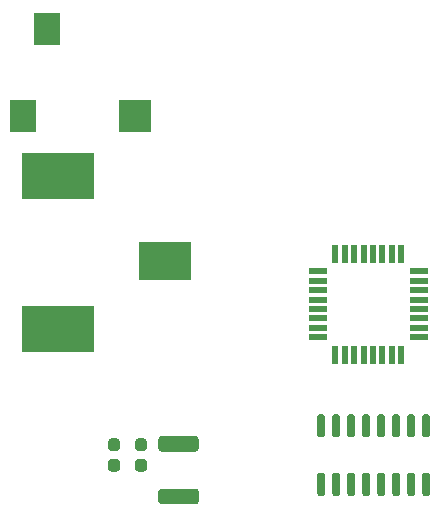
<source format=gbr>
G04 #@! TF.GenerationSoftware,KiCad,Pcbnew,5.1.5-52549c5~84~ubuntu18.04.1*
G04 #@! TF.CreationDate,2020-03-09T21:44:41-04:00*
G04 #@! TF.ProjectId,landfill_board_rev4,6c616e64-6669-46c6-9c5f-626f6172645f,rev?*
G04 #@! TF.SameCoordinates,Original*
G04 #@! TF.FileFunction,Paste,Top*
G04 #@! TF.FilePolarity,Positive*
%FSLAX46Y46*%
G04 Gerber Fmt 4.6, Leading zero omitted, Abs format (unit mm)*
G04 Created by KiCad (PCBNEW 5.1.5-52549c5~84~ubuntu18.04.1) date 2020-03-09 21:44:41*
%MOMM*%
%LPD*%
G04 APERTURE LIST*
%ADD10R,0.550000X1.600000*%
%ADD11R,1.600000X0.550000*%
%ADD12R,2.800000X2.800000*%
%ADD13R,2.200000X2.800000*%
%ADD14C,0.100000*%
%ADD15R,6.200000X3.900000*%
%ADD16R,4.400000X3.300000*%
G04 APERTURE END LIST*
D10*
X128205000Y-56640000D03*
X129005000Y-56640000D03*
X129805000Y-56640000D03*
X130605000Y-56640000D03*
X131405000Y-56640000D03*
X132205000Y-56640000D03*
X133005000Y-56640000D03*
X133805000Y-56640000D03*
D11*
X135255000Y-58090000D03*
X135255000Y-58890000D03*
X135255000Y-59690000D03*
X135255000Y-60490000D03*
X135255000Y-61290000D03*
X135255000Y-62090000D03*
X135255000Y-62890000D03*
X135255000Y-63690000D03*
D10*
X133805000Y-65140000D03*
X133005000Y-65140000D03*
X132205000Y-65140000D03*
X131405000Y-65140000D03*
X130605000Y-65140000D03*
X129805000Y-65140000D03*
X129005000Y-65140000D03*
X128205000Y-65140000D03*
D11*
X126755000Y-63690000D03*
X126755000Y-62890000D03*
X126755000Y-62090000D03*
X126755000Y-61290000D03*
X126755000Y-60490000D03*
X126755000Y-59690000D03*
X126755000Y-58890000D03*
X126755000Y-58090000D03*
D12*
X111210000Y-44975000D03*
D13*
X101810000Y-44975000D03*
X103810000Y-37575000D03*
D14*
G36*
X136054703Y-75160722D02*
G01*
X136069264Y-75162882D01*
X136083543Y-75166459D01*
X136097403Y-75171418D01*
X136110710Y-75177712D01*
X136123336Y-75185280D01*
X136135159Y-75194048D01*
X136146066Y-75203934D01*
X136155952Y-75214841D01*
X136164720Y-75226664D01*
X136172288Y-75239290D01*
X136178582Y-75252597D01*
X136183541Y-75266457D01*
X136187118Y-75280736D01*
X136189278Y-75295297D01*
X136190000Y-75310000D01*
X136190000Y-76960000D01*
X136189278Y-76974703D01*
X136187118Y-76989264D01*
X136183541Y-77003543D01*
X136178582Y-77017403D01*
X136172288Y-77030710D01*
X136164720Y-77043336D01*
X136155952Y-77055159D01*
X136146066Y-77066066D01*
X136135159Y-77075952D01*
X136123336Y-77084720D01*
X136110710Y-77092288D01*
X136097403Y-77098582D01*
X136083543Y-77103541D01*
X136069264Y-77107118D01*
X136054703Y-77109278D01*
X136040000Y-77110000D01*
X135740000Y-77110000D01*
X135725297Y-77109278D01*
X135710736Y-77107118D01*
X135696457Y-77103541D01*
X135682597Y-77098582D01*
X135669290Y-77092288D01*
X135656664Y-77084720D01*
X135644841Y-77075952D01*
X135633934Y-77066066D01*
X135624048Y-77055159D01*
X135615280Y-77043336D01*
X135607712Y-77030710D01*
X135601418Y-77017403D01*
X135596459Y-77003543D01*
X135592882Y-76989264D01*
X135590722Y-76974703D01*
X135590000Y-76960000D01*
X135590000Y-75310000D01*
X135590722Y-75295297D01*
X135592882Y-75280736D01*
X135596459Y-75266457D01*
X135601418Y-75252597D01*
X135607712Y-75239290D01*
X135615280Y-75226664D01*
X135624048Y-75214841D01*
X135633934Y-75203934D01*
X135644841Y-75194048D01*
X135656664Y-75185280D01*
X135669290Y-75177712D01*
X135682597Y-75171418D01*
X135696457Y-75166459D01*
X135710736Y-75162882D01*
X135725297Y-75160722D01*
X135740000Y-75160000D01*
X136040000Y-75160000D01*
X136054703Y-75160722D01*
G37*
G36*
X134784703Y-75160722D02*
G01*
X134799264Y-75162882D01*
X134813543Y-75166459D01*
X134827403Y-75171418D01*
X134840710Y-75177712D01*
X134853336Y-75185280D01*
X134865159Y-75194048D01*
X134876066Y-75203934D01*
X134885952Y-75214841D01*
X134894720Y-75226664D01*
X134902288Y-75239290D01*
X134908582Y-75252597D01*
X134913541Y-75266457D01*
X134917118Y-75280736D01*
X134919278Y-75295297D01*
X134920000Y-75310000D01*
X134920000Y-76960000D01*
X134919278Y-76974703D01*
X134917118Y-76989264D01*
X134913541Y-77003543D01*
X134908582Y-77017403D01*
X134902288Y-77030710D01*
X134894720Y-77043336D01*
X134885952Y-77055159D01*
X134876066Y-77066066D01*
X134865159Y-77075952D01*
X134853336Y-77084720D01*
X134840710Y-77092288D01*
X134827403Y-77098582D01*
X134813543Y-77103541D01*
X134799264Y-77107118D01*
X134784703Y-77109278D01*
X134770000Y-77110000D01*
X134470000Y-77110000D01*
X134455297Y-77109278D01*
X134440736Y-77107118D01*
X134426457Y-77103541D01*
X134412597Y-77098582D01*
X134399290Y-77092288D01*
X134386664Y-77084720D01*
X134374841Y-77075952D01*
X134363934Y-77066066D01*
X134354048Y-77055159D01*
X134345280Y-77043336D01*
X134337712Y-77030710D01*
X134331418Y-77017403D01*
X134326459Y-77003543D01*
X134322882Y-76989264D01*
X134320722Y-76974703D01*
X134320000Y-76960000D01*
X134320000Y-75310000D01*
X134320722Y-75295297D01*
X134322882Y-75280736D01*
X134326459Y-75266457D01*
X134331418Y-75252597D01*
X134337712Y-75239290D01*
X134345280Y-75226664D01*
X134354048Y-75214841D01*
X134363934Y-75203934D01*
X134374841Y-75194048D01*
X134386664Y-75185280D01*
X134399290Y-75177712D01*
X134412597Y-75171418D01*
X134426457Y-75166459D01*
X134440736Y-75162882D01*
X134455297Y-75160722D01*
X134470000Y-75160000D01*
X134770000Y-75160000D01*
X134784703Y-75160722D01*
G37*
G36*
X133514703Y-75160722D02*
G01*
X133529264Y-75162882D01*
X133543543Y-75166459D01*
X133557403Y-75171418D01*
X133570710Y-75177712D01*
X133583336Y-75185280D01*
X133595159Y-75194048D01*
X133606066Y-75203934D01*
X133615952Y-75214841D01*
X133624720Y-75226664D01*
X133632288Y-75239290D01*
X133638582Y-75252597D01*
X133643541Y-75266457D01*
X133647118Y-75280736D01*
X133649278Y-75295297D01*
X133650000Y-75310000D01*
X133650000Y-76960000D01*
X133649278Y-76974703D01*
X133647118Y-76989264D01*
X133643541Y-77003543D01*
X133638582Y-77017403D01*
X133632288Y-77030710D01*
X133624720Y-77043336D01*
X133615952Y-77055159D01*
X133606066Y-77066066D01*
X133595159Y-77075952D01*
X133583336Y-77084720D01*
X133570710Y-77092288D01*
X133557403Y-77098582D01*
X133543543Y-77103541D01*
X133529264Y-77107118D01*
X133514703Y-77109278D01*
X133500000Y-77110000D01*
X133200000Y-77110000D01*
X133185297Y-77109278D01*
X133170736Y-77107118D01*
X133156457Y-77103541D01*
X133142597Y-77098582D01*
X133129290Y-77092288D01*
X133116664Y-77084720D01*
X133104841Y-77075952D01*
X133093934Y-77066066D01*
X133084048Y-77055159D01*
X133075280Y-77043336D01*
X133067712Y-77030710D01*
X133061418Y-77017403D01*
X133056459Y-77003543D01*
X133052882Y-76989264D01*
X133050722Y-76974703D01*
X133050000Y-76960000D01*
X133050000Y-75310000D01*
X133050722Y-75295297D01*
X133052882Y-75280736D01*
X133056459Y-75266457D01*
X133061418Y-75252597D01*
X133067712Y-75239290D01*
X133075280Y-75226664D01*
X133084048Y-75214841D01*
X133093934Y-75203934D01*
X133104841Y-75194048D01*
X133116664Y-75185280D01*
X133129290Y-75177712D01*
X133142597Y-75171418D01*
X133156457Y-75166459D01*
X133170736Y-75162882D01*
X133185297Y-75160722D01*
X133200000Y-75160000D01*
X133500000Y-75160000D01*
X133514703Y-75160722D01*
G37*
G36*
X132244703Y-75160722D02*
G01*
X132259264Y-75162882D01*
X132273543Y-75166459D01*
X132287403Y-75171418D01*
X132300710Y-75177712D01*
X132313336Y-75185280D01*
X132325159Y-75194048D01*
X132336066Y-75203934D01*
X132345952Y-75214841D01*
X132354720Y-75226664D01*
X132362288Y-75239290D01*
X132368582Y-75252597D01*
X132373541Y-75266457D01*
X132377118Y-75280736D01*
X132379278Y-75295297D01*
X132380000Y-75310000D01*
X132380000Y-76960000D01*
X132379278Y-76974703D01*
X132377118Y-76989264D01*
X132373541Y-77003543D01*
X132368582Y-77017403D01*
X132362288Y-77030710D01*
X132354720Y-77043336D01*
X132345952Y-77055159D01*
X132336066Y-77066066D01*
X132325159Y-77075952D01*
X132313336Y-77084720D01*
X132300710Y-77092288D01*
X132287403Y-77098582D01*
X132273543Y-77103541D01*
X132259264Y-77107118D01*
X132244703Y-77109278D01*
X132230000Y-77110000D01*
X131930000Y-77110000D01*
X131915297Y-77109278D01*
X131900736Y-77107118D01*
X131886457Y-77103541D01*
X131872597Y-77098582D01*
X131859290Y-77092288D01*
X131846664Y-77084720D01*
X131834841Y-77075952D01*
X131823934Y-77066066D01*
X131814048Y-77055159D01*
X131805280Y-77043336D01*
X131797712Y-77030710D01*
X131791418Y-77017403D01*
X131786459Y-77003543D01*
X131782882Y-76989264D01*
X131780722Y-76974703D01*
X131780000Y-76960000D01*
X131780000Y-75310000D01*
X131780722Y-75295297D01*
X131782882Y-75280736D01*
X131786459Y-75266457D01*
X131791418Y-75252597D01*
X131797712Y-75239290D01*
X131805280Y-75226664D01*
X131814048Y-75214841D01*
X131823934Y-75203934D01*
X131834841Y-75194048D01*
X131846664Y-75185280D01*
X131859290Y-75177712D01*
X131872597Y-75171418D01*
X131886457Y-75166459D01*
X131900736Y-75162882D01*
X131915297Y-75160722D01*
X131930000Y-75160000D01*
X132230000Y-75160000D01*
X132244703Y-75160722D01*
G37*
G36*
X130974703Y-75160722D02*
G01*
X130989264Y-75162882D01*
X131003543Y-75166459D01*
X131017403Y-75171418D01*
X131030710Y-75177712D01*
X131043336Y-75185280D01*
X131055159Y-75194048D01*
X131066066Y-75203934D01*
X131075952Y-75214841D01*
X131084720Y-75226664D01*
X131092288Y-75239290D01*
X131098582Y-75252597D01*
X131103541Y-75266457D01*
X131107118Y-75280736D01*
X131109278Y-75295297D01*
X131110000Y-75310000D01*
X131110000Y-76960000D01*
X131109278Y-76974703D01*
X131107118Y-76989264D01*
X131103541Y-77003543D01*
X131098582Y-77017403D01*
X131092288Y-77030710D01*
X131084720Y-77043336D01*
X131075952Y-77055159D01*
X131066066Y-77066066D01*
X131055159Y-77075952D01*
X131043336Y-77084720D01*
X131030710Y-77092288D01*
X131017403Y-77098582D01*
X131003543Y-77103541D01*
X130989264Y-77107118D01*
X130974703Y-77109278D01*
X130960000Y-77110000D01*
X130660000Y-77110000D01*
X130645297Y-77109278D01*
X130630736Y-77107118D01*
X130616457Y-77103541D01*
X130602597Y-77098582D01*
X130589290Y-77092288D01*
X130576664Y-77084720D01*
X130564841Y-77075952D01*
X130553934Y-77066066D01*
X130544048Y-77055159D01*
X130535280Y-77043336D01*
X130527712Y-77030710D01*
X130521418Y-77017403D01*
X130516459Y-77003543D01*
X130512882Y-76989264D01*
X130510722Y-76974703D01*
X130510000Y-76960000D01*
X130510000Y-75310000D01*
X130510722Y-75295297D01*
X130512882Y-75280736D01*
X130516459Y-75266457D01*
X130521418Y-75252597D01*
X130527712Y-75239290D01*
X130535280Y-75226664D01*
X130544048Y-75214841D01*
X130553934Y-75203934D01*
X130564841Y-75194048D01*
X130576664Y-75185280D01*
X130589290Y-75177712D01*
X130602597Y-75171418D01*
X130616457Y-75166459D01*
X130630736Y-75162882D01*
X130645297Y-75160722D01*
X130660000Y-75160000D01*
X130960000Y-75160000D01*
X130974703Y-75160722D01*
G37*
G36*
X129704703Y-75160722D02*
G01*
X129719264Y-75162882D01*
X129733543Y-75166459D01*
X129747403Y-75171418D01*
X129760710Y-75177712D01*
X129773336Y-75185280D01*
X129785159Y-75194048D01*
X129796066Y-75203934D01*
X129805952Y-75214841D01*
X129814720Y-75226664D01*
X129822288Y-75239290D01*
X129828582Y-75252597D01*
X129833541Y-75266457D01*
X129837118Y-75280736D01*
X129839278Y-75295297D01*
X129840000Y-75310000D01*
X129840000Y-76960000D01*
X129839278Y-76974703D01*
X129837118Y-76989264D01*
X129833541Y-77003543D01*
X129828582Y-77017403D01*
X129822288Y-77030710D01*
X129814720Y-77043336D01*
X129805952Y-77055159D01*
X129796066Y-77066066D01*
X129785159Y-77075952D01*
X129773336Y-77084720D01*
X129760710Y-77092288D01*
X129747403Y-77098582D01*
X129733543Y-77103541D01*
X129719264Y-77107118D01*
X129704703Y-77109278D01*
X129690000Y-77110000D01*
X129390000Y-77110000D01*
X129375297Y-77109278D01*
X129360736Y-77107118D01*
X129346457Y-77103541D01*
X129332597Y-77098582D01*
X129319290Y-77092288D01*
X129306664Y-77084720D01*
X129294841Y-77075952D01*
X129283934Y-77066066D01*
X129274048Y-77055159D01*
X129265280Y-77043336D01*
X129257712Y-77030710D01*
X129251418Y-77017403D01*
X129246459Y-77003543D01*
X129242882Y-76989264D01*
X129240722Y-76974703D01*
X129240000Y-76960000D01*
X129240000Y-75310000D01*
X129240722Y-75295297D01*
X129242882Y-75280736D01*
X129246459Y-75266457D01*
X129251418Y-75252597D01*
X129257712Y-75239290D01*
X129265280Y-75226664D01*
X129274048Y-75214841D01*
X129283934Y-75203934D01*
X129294841Y-75194048D01*
X129306664Y-75185280D01*
X129319290Y-75177712D01*
X129332597Y-75171418D01*
X129346457Y-75166459D01*
X129360736Y-75162882D01*
X129375297Y-75160722D01*
X129390000Y-75160000D01*
X129690000Y-75160000D01*
X129704703Y-75160722D01*
G37*
G36*
X128434703Y-75160722D02*
G01*
X128449264Y-75162882D01*
X128463543Y-75166459D01*
X128477403Y-75171418D01*
X128490710Y-75177712D01*
X128503336Y-75185280D01*
X128515159Y-75194048D01*
X128526066Y-75203934D01*
X128535952Y-75214841D01*
X128544720Y-75226664D01*
X128552288Y-75239290D01*
X128558582Y-75252597D01*
X128563541Y-75266457D01*
X128567118Y-75280736D01*
X128569278Y-75295297D01*
X128570000Y-75310000D01*
X128570000Y-76960000D01*
X128569278Y-76974703D01*
X128567118Y-76989264D01*
X128563541Y-77003543D01*
X128558582Y-77017403D01*
X128552288Y-77030710D01*
X128544720Y-77043336D01*
X128535952Y-77055159D01*
X128526066Y-77066066D01*
X128515159Y-77075952D01*
X128503336Y-77084720D01*
X128490710Y-77092288D01*
X128477403Y-77098582D01*
X128463543Y-77103541D01*
X128449264Y-77107118D01*
X128434703Y-77109278D01*
X128420000Y-77110000D01*
X128120000Y-77110000D01*
X128105297Y-77109278D01*
X128090736Y-77107118D01*
X128076457Y-77103541D01*
X128062597Y-77098582D01*
X128049290Y-77092288D01*
X128036664Y-77084720D01*
X128024841Y-77075952D01*
X128013934Y-77066066D01*
X128004048Y-77055159D01*
X127995280Y-77043336D01*
X127987712Y-77030710D01*
X127981418Y-77017403D01*
X127976459Y-77003543D01*
X127972882Y-76989264D01*
X127970722Y-76974703D01*
X127970000Y-76960000D01*
X127970000Y-75310000D01*
X127970722Y-75295297D01*
X127972882Y-75280736D01*
X127976459Y-75266457D01*
X127981418Y-75252597D01*
X127987712Y-75239290D01*
X127995280Y-75226664D01*
X128004048Y-75214841D01*
X128013934Y-75203934D01*
X128024841Y-75194048D01*
X128036664Y-75185280D01*
X128049290Y-75177712D01*
X128062597Y-75171418D01*
X128076457Y-75166459D01*
X128090736Y-75162882D01*
X128105297Y-75160722D01*
X128120000Y-75160000D01*
X128420000Y-75160000D01*
X128434703Y-75160722D01*
G37*
G36*
X127164703Y-75160722D02*
G01*
X127179264Y-75162882D01*
X127193543Y-75166459D01*
X127207403Y-75171418D01*
X127220710Y-75177712D01*
X127233336Y-75185280D01*
X127245159Y-75194048D01*
X127256066Y-75203934D01*
X127265952Y-75214841D01*
X127274720Y-75226664D01*
X127282288Y-75239290D01*
X127288582Y-75252597D01*
X127293541Y-75266457D01*
X127297118Y-75280736D01*
X127299278Y-75295297D01*
X127300000Y-75310000D01*
X127300000Y-76960000D01*
X127299278Y-76974703D01*
X127297118Y-76989264D01*
X127293541Y-77003543D01*
X127288582Y-77017403D01*
X127282288Y-77030710D01*
X127274720Y-77043336D01*
X127265952Y-77055159D01*
X127256066Y-77066066D01*
X127245159Y-77075952D01*
X127233336Y-77084720D01*
X127220710Y-77092288D01*
X127207403Y-77098582D01*
X127193543Y-77103541D01*
X127179264Y-77107118D01*
X127164703Y-77109278D01*
X127150000Y-77110000D01*
X126850000Y-77110000D01*
X126835297Y-77109278D01*
X126820736Y-77107118D01*
X126806457Y-77103541D01*
X126792597Y-77098582D01*
X126779290Y-77092288D01*
X126766664Y-77084720D01*
X126754841Y-77075952D01*
X126743934Y-77066066D01*
X126734048Y-77055159D01*
X126725280Y-77043336D01*
X126717712Y-77030710D01*
X126711418Y-77017403D01*
X126706459Y-77003543D01*
X126702882Y-76989264D01*
X126700722Y-76974703D01*
X126700000Y-76960000D01*
X126700000Y-75310000D01*
X126700722Y-75295297D01*
X126702882Y-75280736D01*
X126706459Y-75266457D01*
X126711418Y-75252597D01*
X126717712Y-75239290D01*
X126725280Y-75226664D01*
X126734048Y-75214841D01*
X126743934Y-75203934D01*
X126754841Y-75194048D01*
X126766664Y-75185280D01*
X126779290Y-75177712D01*
X126792597Y-75171418D01*
X126806457Y-75166459D01*
X126820736Y-75162882D01*
X126835297Y-75160722D01*
X126850000Y-75160000D01*
X127150000Y-75160000D01*
X127164703Y-75160722D01*
G37*
G36*
X127164703Y-70210722D02*
G01*
X127179264Y-70212882D01*
X127193543Y-70216459D01*
X127207403Y-70221418D01*
X127220710Y-70227712D01*
X127233336Y-70235280D01*
X127245159Y-70244048D01*
X127256066Y-70253934D01*
X127265952Y-70264841D01*
X127274720Y-70276664D01*
X127282288Y-70289290D01*
X127288582Y-70302597D01*
X127293541Y-70316457D01*
X127297118Y-70330736D01*
X127299278Y-70345297D01*
X127300000Y-70360000D01*
X127300000Y-72010000D01*
X127299278Y-72024703D01*
X127297118Y-72039264D01*
X127293541Y-72053543D01*
X127288582Y-72067403D01*
X127282288Y-72080710D01*
X127274720Y-72093336D01*
X127265952Y-72105159D01*
X127256066Y-72116066D01*
X127245159Y-72125952D01*
X127233336Y-72134720D01*
X127220710Y-72142288D01*
X127207403Y-72148582D01*
X127193543Y-72153541D01*
X127179264Y-72157118D01*
X127164703Y-72159278D01*
X127150000Y-72160000D01*
X126850000Y-72160000D01*
X126835297Y-72159278D01*
X126820736Y-72157118D01*
X126806457Y-72153541D01*
X126792597Y-72148582D01*
X126779290Y-72142288D01*
X126766664Y-72134720D01*
X126754841Y-72125952D01*
X126743934Y-72116066D01*
X126734048Y-72105159D01*
X126725280Y-72093336D01*
X126717712Y-72080710D01*
X126711418Y-72067403D01*
X126706459Y-72053543D01*
X126702882Y-72039264D01*
X126700722Y-72024703D01*
X126700000Y-72010000D01*
X126700000Y-70360000D01*
X126700722Y-70345297D01*
X126702882Y-70330736D01*
X126706459Y-70316457D01*
X126711418Y-70302597D01*
X126717712Y-70289290D01*
X126725280Y-70276664D01*
X126734048Y-70264841D01*
X126743934Y-70253934D01*
X126754841Y-70244048D01*
X126766664Y-70235280D01*
X126779290Y-70227712D01*
X126792597Y-70221418D01*
X126806457Y-70216459D01*
X126820736Y-70212882D01*
X126835297Y-70210722D01*
X126850000Y-70210000D01*
X127150000Y-70210000D01*
X127164703Y-70210722D01*
G37*
G36*
X128434703Y-70210722D02*
G01*
X128449264Y-70212882D01*
X128463543Y-70216459D01*
X128477403Y-70221418D01*
X128490710Y-70227712D01*
X128503336Y-70235280D01*
X128515159Y-70244048D01*
X128526066Y-70253934D01*
X128535952Y-70264841D01*
X128544720Y-70276664D01*
X128552288Y-70289290D01*
X128558582Y-70302597D01*
X128563541Y-70316457D01*
X128567118Y-70330736D01*
X128569278Y-70345297D01*
X128570000Y-70360000D01*
X128570000Y-72010000D01*
X128569278Y-72024703D01*
X128567118Y-72039264D01*
X128563541Y-72053543D01*
X128558582Y-72067403D01*
X128552288Y-72080710D01*
X128544720Y-72093336D01*
X128535952Y-72105159D01*
X128526066Y-72116066D01*
X128515159Y-72125952D01*
X128503336Y-72134720D01*
X128490710Y-72142288D01*
X128477403Y-72148582D01*
X128463543Y-72153541D01*
X128449264Y-72157118D01*
X128434703Y-72159278D01*
X128420000Y-72160000D01*
X128120000Y-72160000D01*
X128105297Y-72159278D01*
X128090736Y-72157118D01*
X128076457Y-72153541D01*
X128062597Y-72148582D01*
X128049290Y-72142288D01*
X128036664Y-72134720D01*
X128024841Y-72125952D01*
X128013934Y-72116066D01*
X128004048Y-72105159D01*
X127995280Y-72093336D01*
X127987712Y-72080710D01*
X127981418Y-72067403D01*
X127976459Y-72053543D01*
X127972882Y-72039264D01*
X127970722Y-72024703D01*
X127970000Y-72010000D01*
X127970000Y-70360000D01*
X127970722Y-70345297D01*
X127972882Y-70330736D01*
X127976459Y-70316457D01*
X127981418Y-70302597D01*
X127987712Y-70289290D01*
X127995280Y-70276664D01*
X128004048Y-70264841D01*
X128013934Y-70253934D01*
X128024841Y-70244048D01*
X128036664Y-70235280D01*
X128049290Y-70227712D01*
X128062597Y-70221418D01*
X128076457Y-70216459D01*
X128090736Y-70212882D01*
X128105297Y-70210722D01*
X128120000Y-70210000D01*
X128420000Y-70210000D01*
X128434703Y-70210722D01*
G37*
G36*
X129704703Y-70210722D02*
G01*
X129719264Y-70212882D01*
X129733543Y-70216459D01*
X129747403Y-70221418D01*
X129760710Y-70227712D01*
X129773336Y-70235280D01*
X129785159Y-70244048D01*
X129796066Y-70253934D01*
X129805952Y-70264841D01*
X129814720Y-70276664D01*
X129822288Y-70289290D01*
X129828582Y-70302597D01*
X129833541Y-70316457D01*
X129837118Y-70330736D01*
X129839278Y-70345297D01*
X129840000Y-70360000D01*
X129840000Y-72010000D01*
X129839278Y-72024703D01*
X129837118Y-72039264D01*
X129833541Y-72053543D01*
X129828582Y-72067403D01*
X129822288Y-72080710D01*
X129814720Y-72093336D01*
X129805952Y-72105159D01*
X129796066Y-72116066D01*
X129785159Y-72125952D01*
X129773336Y-72134720D01*
X129760710Y-72142288D01*
X129747403Y-72148582D01*
X129733543Y-72153541D01*
X129719264Y-72157118D01*
X129704703Y-72159278D01*
X129690000Y-72160000D01*
X129390000Y-72160000D01*
X129375297Y-72159278D01*
X129360736Y-72157118D01*
X129346457Y-72153541D01*
X129332597Y-72148582D01*
X129319290Y-72142288D01*
X129306664Y-72134720D01*
X129294841Y-72125952D01*
X129283934Y-72116066D01*
X129274048Y-72105159D01*
X129265280Y-72093336D01*
X129257712Y-72080710D01*
X129251418Y-72067403D01*
X129246459Y-72053543D01*
X129242882Y-72039264D01*
X129240722Y-72024703D01*
X129240000Y-72010000D01*
X129240000Y-70360000D01*
X129240722Y-70345297D01*
X129242882Y-70330736D01*
X129246459Y-70316457D01*
X129251418Y-70302597D01*
X129257712Y-70289290D01*
X129265280Y-70276664D01*
X129274048Y-70264841D01*
X129283934Y-70253934D01*
X129294841Y-70244048D01*
X129306664Y-70235280D01*
X129319290Y-70227712D01*
X129332597Y-70221418D01*
X129346457Y-70216459D01*
X129360736Y-70212882D01*
X129375297Y-70210722D01*
X129390000Y-70210000D01*
X129690000Y-70210000D01*
X129704703Y-70210722D01*
G37*
G36*
X130974703Y-70210722D02*
G01*
X130989264Y-70212882D01*
X131003543Y-70216459D01*
X131017403Y-70221418D01*
X131030710Y-70227712D01*
X131043336Y-70235280D01*
X131055159Y-70244048D01*
X131066066Y-70253934D01*
X131075952Y-70264841D01*
X131084720Y-70276664D01*
X131092288Y-70289290D01*
X131098582Y-70302597D01*
X131103541Y-70316457D01*
X131107118Y-70330736D01*
X131109278Y-70345297D01*
X131110000Y-70360000D01*
X131110000Y-72010000D01*
X131109278Y-72024703D01*
X131107118Y-72039264D01*
X131103541Y-72053543D01*
X131098582Y-72067403D01*
X131092288Y-72080710D01*
X131084720Y-72093336D01*
X131075952Y-72105159D01*
X131066066Y-72116066D01*
X131055159Y-72125952D01*
X131043336Y-72134720D01*
X131030710Y-72142288D01*
X131017403Y-72148582D01*
X131003543Y-72153541D01*
X130989264Y-72157118D01*
X130974703Y-72159278D01*
X130960000Y-72160000D01*
X130660000Y-72160000D01*
X130645297Y-72159278D01*
X130630736Y-72157118D01*
X130616457Y-72153541D01*
X130602597Y-72148582D01*
X130589290Y-72142288D01*
X130576664Y-72134720D01*
X130564841Y-72125952D01*
X130553934Y-72116066D01*
X130544048Y-72105159D01*
X130535280Y-72093336D01*
X130527712Y-72080710D01*
X130521418Y-72067403D01*
X130516459Y-72053543D01*
X130512882Y-72039264D01*
X130510722Y-72024703D01*
X130510000Y-72010000D01*
X130510000Y-70360000D01*
X130510722Y-70345297D01*
X130512882Y-70330736D01*
X130516459Y-70316457D01*
X130521418Y-70302597D01*
X130527712Y-70289290D01*
X130535280Y-70276664D01*
X130544048Y-70264841D01*
X130553934Y-70253934D01*
X130564841Y-70244048D01*
X130576664Y-70235280D01*
X130589290Y-70227712D01*
X130602597Y-70221418D01*
X130616457Y-70216459D01*
X130630736Y-70212882D01*
X130645297Y-70210722D01*
X130660000Y-70210000D01*
X130960000Y-70210000D01*
X130974703Y-70210722D01*
G37*
G36*
X132244703Y-70210722D02*
G01*
X132259264Y-70212882D01*
X132273543Y-70216459D01*
X132287403Y-70221418D01*
X132300710Y-70227712D01*
X132313336Y-70235280D01*
X132325159Y-70244048D01*
X132336066Y-70253934D01*
X132345952Y-70264841D01*
X132354720Y-70276664D01*
X132362288Y-70289290D01*
X132368582Y-70302597D01*
X132373541Y-70316457D01*
X132377118Y-70330736D01*
X132379278Y-70345297D01*
X132380000Y-70360000D01*
X132380000Y-72010000D01*
X132379278Y-72024703D01*
X132377118Y-72039264D01*
X132373541Y-72053543D01*
X132368582Y-72067403D01*
X132362288Y-72080710D01*
X132354720Y-72093336D01*
X132345952Y-72105159D01*
X132336066Y-72116066D01*
X132325159Y-72125952D01*
X132313336Y-72134720D01*
X132300710Y-72142288D01*
X132287403Y-72148582D01*
X132273543Y-72153541D01*
X132259264Y-72157118D01*
X132244703Y-72159278D01*
X132230000Y-72160000D01*
X131930000Y-72160000D01*
X131915297Y-72159278D01*
X131900736Y-72157118D01*
X131886457Y-72153541D01*
X131872597Y-72148582D01*
X131859290Y-72142288D01*
X131846664Y-72134720D01*
X131834841Y-72125952D01*
X131823934Y-72116066D01*
X131814048Y-72105159D01*
X131805280Y-72093336D01*
X131797712Y-72080710D01*
X131791418Y-72067403D01*
X131786459Y-72053543D01*
X131782882Y-72039264D01*
X131780722Y-72024703D01*
X131780000Y-72010000D01*
X131780000Y-70360000D01*
X131780722Y-70345297D01*
X131782882Y-70330736D01*
X131786459Y-70316457D01*
X131791418Y-70302597D01*
X131797712Y-70289290D01*
X131805280Y-70276664D01*
X131814048Y-70264841D01*
X131823934Y-70253934D01*
X131834841Y-70244048D01*
X131846664Y-70235280D01*
X131859290Y-70227712D01*
X131872597Y-70221418D01*
X131886457Y-70216459D01*
X131900736Y-70212882D01*
X131915297Y-70210722D01*
X131930000Y-70210000D01*
X132230000Y-70210000D01*
X132244703Y-70210722D01*
G37*
G36*
X133514703Y-70210722D02*
G01*
X133529264Y-70212882D01*
X133543543Y-70216459D01*
X133557403Y-70221418D01*
X133570710Y-70227712D01*
X133583336Y-70235280D01*
X133595159Y-70244048D01*
X133606066Y-70253934D01*
X133615952Y-70264841D01*
X133624720Y-70276664D01*
X133632288Y-70289290D01*
X133638582Y-70302597D01*
X133643541Y-70316457D01*
X133647118Y-70330736D01*
X133649278Y-70345297D01*
X133650000Y-70360000D01*
X133650000Y-72010000D01*
X133649278Y-72024703D01*
X133647118Y-72039264D01*
X133643541Y-72053543D01*
X133638582Y-72067403D01*
X133632288Y-72080710D01*
X133624720Y-72093336D01*
X133615952Y-72105159D01*
X133606066Y-72116066D01*
X133595159Y-72125952D01*
X133583336Y-72134720D01*
X133570710Y-72142288D01*
X133557403Y-72148582D01*
X133543543Y-72153541D01*
X133529264Y-72157118D01*
X133514703Y-72159278D01*
X133500000Y-72160000D01*
X133200000Y-72160000D01*
X133185297Y-72159278D01*
X133170736Y-72157118D01*
X133156457Y-72153541D01*
X133142597Y-72148582D01*
X133129290Y-72142288D01*
X133116664Y-72134720D01*
X133104841Y-72125952D01*
X133093934Y-72116066D01*
X133084048Y-72105159D01*
X133075280Y-72093336D01*
X133067712Y-72080710D01*
X133061418Y-72067403D01*
X133056459Y-72053543D01*
X133052882Y-72039264D01*
X133050722Y-72024703D01*
X133050000Y-72010000D01*
X133050000Y-70360000D01*
X133050722Y-70345297D01*
X133052882Y-70330736D01*
X133056459Y-70316457D01*
X133061418Y-70302597D01*
X133067712Y-70289290D01*
X133075280Y-70276664D01*
X133084048Y-70264841D01*
X133093934Y-70253934D01*
X133104841Y-70244048D01*
X133116664Y-70235280D01*
X133129290Y-70227712D01*
X133142597Y-70221418D01*
X133156457Y-70216459D01*
X133170736Y-70212882D01*
X133185297Y-70210722D01*
X133200000Y-70210000D01*
X133500000Y-70210000D01*
X133514703Y-70210722D01*
G37*
G36*
X134784703Y-70210722D02*
G01*
X134799264Y-70212882D01*
X134813543Y-70216459D01*
X134827403Y-70221418D01*
X134840710Y-70227712D01*
X134853336Y-70235280D01*
X134865159Y-70244048D01*
X134876066Y-70253934D01*
X134885952Y-70264841D01*
X134894720Y-70276664D01*
X134902288Y-70289290D01*
X134908582Y-70302597D01*
X134913541Y-70316457D01*
X134917118Y-70330736D01*
X134919278Y-70345297D01*
X134920000Y-70360000D01*
X134920000Y-72010000D01*
X134919278Y-72024703D01*
X134917118Y-72039264D01*
X134913541Y-72053543D01*
X134908582Y-72067403D01*
X134902288Y-72080710D01*
X134894720Y-72093336D01*
X134885952Y-72105159D01*
X134876066Y-72116066D01*
X134865159Y-72125952D01*
X134853336Y-72134720D01*
X134840710Y-72142288D01*
X134827403Y-72148582D01*
X134813543Y-72153541D01*
X134799264Y-72157118D01*
X134784703Y-72159278D01*
X134770000Y-72160000D01*
X134470000Y-72160000D01*
X134455297Y-72159278D01*
X134440736Y-72157118D01*
X134426457Y-72153541D01*
X134412597Y-72148582D01*
X134399290Y-72142288D01*
X134386664Y-72134720D01*
X134374841Y-72125952D01*
X134363934Y-72116066D01*
X134354048Y-72105159D01*
X134345280Y-72093336D01*
X134337712Y-72080710D01*
X134331418Y-72067403D01*
X134326459Y-72053543D01*
X134322882Y-72039264D01*
X134320722Y-72024703D01*
X134320000Y-72010000D01*
X134320000Y-70360000D01*
X134320722Y-70345297D01*
X134322882Y-70330736D01*
X134326459Y-70316457D01*
X134331418Y-70302597D01*
X134337712Y-70289290D01*
X134345280Y-70276664D01*
X134354048Y-70264841D01*
X134363934Y-70253934D01*
X134374841Y-70244048D01*
X134386664Y-70235280D01*
X134399290Y-70227712D01*
X134412597Y-70221418D01*
X134426457Y-70216459D01*
X134440736Y-70212882D01*
X134455297Y-70210722D01*
X134470000Y-70210000D01*
X134770000Y-70210000D01*
X134784703Y-70210722D01*
G37*
G36*
X136054703Y-70210722D02*
G01*
X136069264Y-70212882D01*
X136083543Y-70216459D01*
X136097403Y-70221418D01*
X136110710Y-70227712D01*
X136123336Y-70235280D01*
X136135159Y-70244048D01*
X136146066Y-70253934D01*
X136155952Y-70264841D01*
X136164720Y-70276664D01*
X136172288Y-70289290D01*
X136178582Y-70302597D01*
X136183541Y-70316457D01*
X136187118Y-70330736D01*
X136189278Y-70345297D01*
X136190000Y-70360000D01*
X136190000Y-72010000D01*
X136189278Y-72024703D01*
X136187118Y-72039264D01*
X136183541Y-72053543D01*
X136178582Y-72067403D01*
X136172288Y-72080710D01*
X136164720Y-72093336D01*
X136155952Y-72105159D01*
X136146066Y-72116066D01*
X136135159Y-72125952D01*
X136123336Y-72134720D01*
X136110710Y-72142288D01*
X136097403Y-72148582D01*
X136083543Y-72153541D01*
X136069264Y-72157118D01*
X136054703Y-72159278D01*
X136040000Y-72160000D01*
X135740000Y-72160000D01*
X135725297Y-72159278D01*
X135710736Y-72157118D01*
X135696457Y-72153541D01*
X135682597Y-72148582D01*
X135669290Y-72142288D01*
X135656664Y-72134720D01*
X135644841Y-72125952D01*
X135633934Y-72116066D01*
X135624048Y-72105159D01*
X135615280Y-72093336D01*
X135607712Y-72080710D01*
X135601418Y-72067403D01*
X135596459Y-72053543D01*
X135592882Y-72039264D01*
X135590722Y-72024703D01*
X135590000Y-72010000D01*
X135590000Y-70360000D01*
X135590722Y-70345297D01*
X135592882Y-70330736D01*
X135596459Y-70316457D01*
X135601418Y-70302597D01*
X135607712Y-70289290D01*
X135615280Y-70276664D01*
X135624048Y-70264841D01*
X135633934Y-70253934D01*
X135644841Y-70244048D01*
X135656664Y-70235280D01*
X135669290Y-70227712D01*
X135682597Y-70221418D01*
X135696457Y-70216459D01*
X135710736Y-70212882D01*
X135725297Y-70210722D01*
X135740000Y-70210000D01*
X136040000Y-70210000D01*
X136054703Y-70210722D01*
G37*
G36*
X112020779Y-72247144D02*
G01*
X112043834Y-72250563D01*
X112066443Y-72256227D01*
X112088387Y-72264079D01*
X112109457Y-72274044D01*
X112129448Y-72286026D01*
X112148168Y-72299910D01*
X112165438Y-72315562D01*
X112181090Y-72332832D01*
X112194974Y-72351552D01*
X112206956Y-72371543D01*
X112216921Y-72392613D01*
X112224773Y-72414557D01*
X112230437Y-72437166D01*
X112233856Y-72460221D01*
X112235000Y-72483500D01*
X112235000Y-73058500D01*
X112233856Y-73081779D01*
X112230437Y-73104834D01*
X112224773Y-73127443D01*
X112216921Y-73149387D01*
X112206956Y-73170457D01*
X112194974Y-73190448D01*
X112181090Y-73209168D01*
X112165438Y-73226438D01*
X112148168Y-73242090D01*
X112129448Y-73255974D01*
X112109457Y-73267956D01*
X112088387Y-73277921D01*
X112066443Y-73285773D01*
X112043834Y-73291437D01*
X112020779Y-73294856D01*
X111997500Y-73296000D01*
X111522500Y-73296000D01*
X111499221Y-73294856D01*
X111476166Y-73291437D01*
X111453557Y-73285773D01*
X111431613Y-73277921D01*
X111410543Y-73267956D01*
X111390552Y-73255974D01*
X111371832Y-73242090D01*
X111354562Y-73226438D01*
X111338910Y-73209168D01*
X111325026Y-73190448D01*
X111313044Y-73170457D01*
X111303079Y-73149387D01*
X111295227Y-73127443D01*
X111289563Y-73104834D01*
X111286144Y-73081779D01*
X111285000Y-73058500D01*
X111285000Y-72483500D01*
X111286144Y-72460221D01*
X111289563Y-72437166D01*
X111295227Y-72414557D01*
X111303079Y-72392613D01*
X111313044Y-72371543D01*
X111325026Y-72351552D01*
X111338910Y-72332832D01*
X111354562Y-72315562D01*
X111371832Y-72299910D01*
X111390552Y-72286026D01*
X111410543Y-72274044D01*
X111431613Y-72264079D01*
X111453557Y-72256227D01*
X111476166Y-72250563D01*
X111499221Y-72247144D01*
X111522500Y-72246000D01*
X111997500Y-72246000D01*
X112020779Y-72247144D01*
G37*
G36*
X112020779Y-73997144D02*
G01*
X112043834Y-74000563D01*
X112066443Y-74006227D01*
X112088387Y-74014079D01*
X112109457Y-74024044D01*
X112129448Y-74036026D01*
X112148168Y-74049910D01*
X112165438Y-74065562D01*
X112181090Y-74082832D01*
X112194974Y-74101552D01*
X112206956Y-74121543D01*
X112216921Y-74142613D01*
X112224773Y-74164557D01*
X112230437Y-74187166D01*
X112233856Y-74210221D01*
X112235000Y-74233500D01*
X112235000Y-74808500D01*
X112233856Y-74831779D01*
X112230437Y-74854834D01*
X112224773Y-74877443D01*
X112216921Y-74899387D01*
X112206956Y-74920457D01*
X112194974Y-74940448D01*
X112181090Y-74959168D01*
X112165438Y-74976438D01*
X112148168Y-74992090D01*
X112129448Y-75005974D01*
X112109457Y-75017956D01*
X112088387Y-75027921D01*
X112066443Y-75035773D01*
X112043834Y-75041437D01*
X112020779Y-75044856D01*
X111997500Y-75046000D01*
X111522500Y-75046000D01*
X111499221Y-75044856D01*
X111476166Y-75041437D01*
X111453557Y-75035773D01*
X111431613Y-75027921D01*
X111410543Y-75017956D01*
X111390552Y-75005974D01*
X111371832Y-74992090D01*
X111354562Y-74976438D01*
X111338910Y-74959168D01*
X111325026Y-74940448D01*
X111313044Y-74920457D01*
X111303079Y-74899387D01*
X111295227Y-74877443D01*
X111289563Y-74854834D01*
X111286144Y-74831779D01*
X111285000Y-74808500D01*
X111285000Y-74233500D01*
X111286144Y-74210221D01*
X111289563Y-74187166D01*
X111295227Y-74164557D01*
X111303079Y-74142613D01*
X111313044Y-74121543D01*
X111325026Y-74101552D01*
X111338910Y-74082832D01*
X111354562Y-74065562D01*
X111371832Y-74049910D01*
X111390552Y-74036026D01*
X111410543Y-74024044D01*
X111431613Y-74014079D01*
X111453557Y-74006227D01*
X111476166Y-74000563D01*
X111499221Y-73997144D01*
X111522500Y-73996000D01*
X111997500Y-73996000D01*
X112020779Y-73997144D01*
G37*
D15*
X104750000Y-62965000D03*
X104750000Y-50065000D03*
D16*
X113750000Y-57215000D03*
D14*
G36*
X116409504Y-76506204D02*
G01*
X116433773Y-76509804D01*
X116457571Y-76515765D01*
X116480671Y-76524030D01*
X116502849Y-76534520D01*
X116523893Y-76547133D01*
X116543598Y-76561747D01*
X116561777Y-76578223D01*
X116578253Y-76596402D01*
X116592867Y-76616107D01*
X116605480Y-76637151D01*
X116615970Y-76659329D01*
X116624235Y-76682429D01*
X116630196Y-76706227D01*
X116633796Y-76730496D01*
X116635000Y-76755000D01*
X116635000Y-77555000D01*
X116633796Y-77579504D01*
X116630196Y-77603773D01*
X116624235Y-77627571D01*
X116615970Y-77650671D01*
X116605480Y-77672849D01*
X116592867Y-77693893D01*
X116578253Y-77713598D01*
X116561777Y-77731777D01*
X116543598Y-77748253D01*
X116523893Y-77762867D01*
X116502849Y-77775480D01*
X116480671Y-77785970D01*
X116457571Y-77794235D01*
X116433773Y-77800196D01*
X116409504Y-77803796D01*
X116385000Y-77805000D01*
X113485000Y-77805000D01*
X113460496Y-77803796D01*
X113436227Y-77800196D01*
X113412429Y-77794235D01*
X113389329Y-77785970D01*
X113367151Y-77775480D01*
X113346107Y-77762867D01*
X113326402Y-77748253D01*
X113308223Y-77731777D01*
X113291747Y-77713598D01*
X113277133Y-77693893D01*
X113264520Y-77672849D01*
X113254030Y-77650671D01*
X113245765Y-77627571D01*
X113239804Y-77603773D01*
X113236204Y-77579504D01*
X113235000Y-77555000D01*
X113235000Y-76755000D01*
X113236204Y-76730496D01*
X113239804Y-76706227D01*
X113245765Y-76682429D01*
X113254030Y-76659329D01*
X113264520Y-76637151D01*
X113277133Y-76616107D01*
X113291747Y-76596402D01*
X113308223Y-76578223D01*
X113326402Y-76561747D01*
X113346107Y-76547133D01*
X113367151Y-76534520D01*
X113389329Y-76524030D01*
X113412429Y-76515765D01*
X113436227Y-76509804D01*
X113460496Y-76506204D01*
X113485000Y-76505000D01*
X116385000Y-76505000D01*
X116409504Y-76506204D01*
G37*
G36*
X116409504Y-72056204D02*
G01*
X116433773Y-72059804D01*
X116457571Y-72065765D01*
X116480671Y-72074030D01*
X116502849Y-72084520D01*
X116523893Y-72097133D01*
X116543598Y-72111747D01*
X116561777Y-72128223D01*
X116578253Y-72146402D01*
X116592867Y-72166107D01*
X116605480Y-72187151D01*
X116615970Y-72209329D01*
X116624235Y-72232429D01*
X116630196Y-72256227D01*
X116633796Y-72280496D01*
X116635000Y-72305000D01*
X116635000Y-73105000D01*
X116633796Y-73129504D01*
X116630196Y-73153773D01*
X116624235Y-73177571D01*
X116615970Y-73200671D01*
X116605480Y-73222849D01*
X116592867Y-73243893D01*
X116578253Y-73263598D01*
X116561777Y-73281777D01*
X116543598Y-73298253D01*
X116523893Y-73312867D01*
X116502849Y-73325480D01*
X116480671Y-73335970D01*
X116457571Y-73344235D01*
X116433773Y-73350196D01*
X116409504Y-73353796D01*
X116385000Y-73355000D01*
X113485000Y-73355000D01*
X113460496Y-73353796D01*
X113436227Y-73350196D01*
X113412429Y-73344235D01*
X113389329Y-73335970D01*
X113367151Y-73325480D01*
X113346107Y-73312867D01*
X113326402Y-73298253D01*
X113308223Y-73281777D01*
X113291747Y-73263598D01*
X113277133Y-73243893D01*
X113264520Y-73222849D01*
X113254030Y-73200671D01*
X113245765Y-73177571D01*
X113239804Y-73153773D01*
X113236204Y-73129504D01*
X113235000Y-73105000D01*
X113235000Y-72305000D01*
X113236204Y-72280496D01*
X113239804Y-72256227D01*
X113245765Y-72232429D01*
X113254030Y-72209329D01*
X113264520Y-72187151D01*
X113277133Y-72166107D01*
X113291747Y-72146402D01*
X113308223Y-72128223D01*
X113326402Y-72111747D01*
X113346107Y-72097133D01*
X113367151Y-72084520D01*
X113389329Y-72074030D01*
X113412429Y-72065765D01*
X113436227Y-72059804D01*
X113460496Y-72056204D01*
X113485000Y-72055000D01*
X116385000Y-72055000D01*
X116409504Y-72056204D01*
G37*
G36*
X109734779Y-73997144D02*
G01*
X109757834Y-74000563D01*
X109780443Y-74006227D01*
X109802387Y-74014079D01*
X109823457Y-74024044D01*
X109843448Y-74036026D01*
X109862168Y-74049910D01*
X109879438Y-74065562D01*
X109895090Y-74082832D01*
X109908974Y-74101552D01*
X109920956Y-74121543D01*
X109930921Y-74142613D01*
X109938773Y-74164557D01*
X109944437Y-74187166D01*
X109947856Y-74210221D01*
X109949000Y-74233500D01*
X109949000Y-74808500D01*
X109947856Y-74831779D01*
X109944437Y-74854834D01*
X109938773Y-74877443D01*
X109930921Y-74899387D01*
X109920956Y-74920457D01*
X109908974Y-74940448D01*
X109895090Y-74959168D01*
X109879438Y-74976438D01*
X109862168Y-74992090D01*
X109843448Y-75005974D01*
X109823457Y-75017956D01*
X109802387Y-75027921D01*
X109780443Y-75035773D01*
X109757834Y-75041437D01*
X109734779Y-75044856D01*
X109711500Y-75046000D01*
X109236500Y-75046000D01*
X109213221Y-75044856D01*
X109190166Y-75041437D01*
X109167557Y-75035773D01*
X109145613Y-75027921D01*
X109124543Y-75017956D01*
X109104552Y-75005974D01*
X109085832Y-74992090D01*
X109068562Y-74976438D01*
X109052910Y-74959168D01*
X109039026Y-74940448D01*
X109027044Y-74920457D01*
X109017079Y-74899387D01*
X109009227Y-74877443D01*
X109003563Y-74854834D01*
X109000144Y-74831779D01*
X108999000Y-74808500D01*
X108999000Y-74233500D01*
X109000144Y-74210221D01*
X109003563Y-74187166D01*
X109009227Y-74164557D01*
X109017079Y-74142613D01*
X109027044Y-74121543D01*
X109039026Y-74101552D01*
X109052910Y-74082832D01*
X109068562Y-74065562D01*
X109085832Y-74049910D01*
X109104552Y-74036026D01*
X109124543Y-74024044D01*
X109145613Y-74014079D01*
X109167557Y-74006227D01*
X109190166Y-74000563D01*
X109213221Y-73997144D01*
X109236500Y-73996000D01*
X109711500Y-73996000D01*
X109734779Y-73997144D01*
G37*
G36*
X109734779Y-72247144D02*
G01*
X109757834Y-72250563D01*
X109780443Y-72256227D01*
X109802387Y-72264079D01*
X109823457Y-72274044D01*
X109843448Y-72286026D01*
X109862168Y-72299910D01*
X109879438Y-72315562D01*
X109895090Y-72332832D01*
X109908974Y-72351552D01*
X109920956Y-72371543D01*
X109930921Y-72392613D01*
X109938773Y-72414557D01*
X109944437Y-72437166D01*
X109947856Y-72460221D01*
X109949000Y-72483500D01*
X109949000Y-73058500D01*
X109947856Y-73081779D01*
X109944437Y-73104834D01*
X109938773Y-73127443D01*
X109930921Y-73149387D01*
X109920956Y-73170457D01*
X109908974Y-73190448D01*
X109895090Y-73209168D01*
X109879438Y-73226438D01*
X109862168Y-73242090D01*
X109843448Y-73255974D01*
X109823457Y-73267956D01*
X109802387Y-73277921D01*
X109780443Y-73285773D01*
X109757834Y-73291437D01*
X109734779Y-73294856D01*
X109711500Y-73296000D01*
X109236500Y-73296000D01*
X109213221Y-73294856D01*
X109190166Y-73291437D01*
X109167557Y-73285773D01*
X109145613Y-73277921D01*
X109124543Y-73267956D01*
X109104552Y-73255974D01*
X109085832Y-73242090D01*
X109068562Y-73226438D01*
X109052910Y-73209168D01*
X109039026Y-73190448D01*
X109027044Y-73170457D01*
X109017079Y-73149387D01*
X109009227Y-73127443D01*
X109003563Y-73104834D01*
X109000144Y-73081779D01*
X108999000Y-73058500D01*
X108999000Y-72483500D01*
X109000144Y-72460221D01*
X109003563Y-72437166D01*
X109009227Y-72414557D01*
X109017079Y-72392613D01*
X109027044Y-72371543D01*
X109039026Y-72351552D01*
X109052910Y-72332832D01*
X109068562Y-72315562D01*
X109085832Y-72299910D01*
X109104552Y-72286026D01*
X109124543Y-72274044D01*
X109145613Y-72264079D01*
X109167557Y-72256227D01*
X109190166Y-72250563D01*
X109213221Y-72247144D01*
X109236500Y-72246000D01*
X109711500Y-72246000D01*
X109734779Y-72247144D01*
G37*
M02*

</source>
